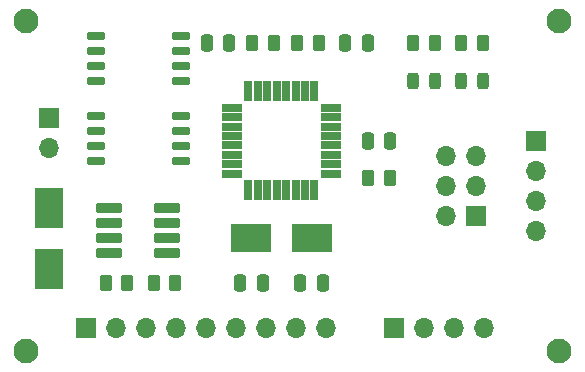
<source format=gts>
%TF.GenerationSoftware,KiCad,Pcbnew,8.0.7*%
%TF.CreationDate,2025-02-10T19:55:19+01:00*%
%TF.ProjectId,0004-MCU-Datalogger,30303034-2d4d-4435-952d-446174616c6f,1*%
%TF.SameCoordinates,Original*%
%TF.FileFunction,Soldermask,Top*%
%TF.FilePolarity,Negative*%
%FSLAX46Y46*%
G04 Gerber Fmt 4.6, Leading zero omitted, Abs format (unit mm)*
G04 Created by KiCad (PCBNEW 8.0.7) date 2025-02-10 19:55:19*
%MOMM*%
%LPD*%
G01*
G04 APERTURE LIST*
G04 Aperture macros list*
%AMRoundRect*
0 Rectangle with rounded corners*
0 $1 Rounding radius*
0 $2 $3 $4 $5 $6 $7 $8 $9 X,Y pos of 4 corners*
0 Add a 4 corners polygon primitive as box body*
4,1,4,$2,$3,$4,$5,$6,$7,$8,$9,$2,$3,0*
0 Add four circle primitives for the rounded corners*
1,1,$1+$1,$2,$3*
1,1,$1+$1,$4,$5*
1,1,$1+$1,$6,$7*
1,1,$1+$1,$8,$9*
0 Add four rect primitives between the rounded corners*
20,1,$1+$1,$2,$3,$4,$5,0*
20,1,$1+$1,$4,$5,$6,$7,0*
20,1,$1+$1,$6,$7,$8,$9,0*
20,1,$1+$1,$8,$9,$2,$3,0*%
G04 Aperture macros list end*
%ADD10RoundRect,0.250000X0.262500X0.450000X-0.262500X0.450000X-0.262500X-0.450000X0.262500X-0.450000X0*%
%ADD11RoundRect,0.099250X-0.987750X-0.297750X0.987750X-0.297750X0.987750X0.297750X-0.987750X0.297750X0*%
%ADD12C,2.100000*%
%ADD13RoundRect,0.250000X-0.262500X-0.450000X0.262500X-0.450000X0.262500X0.450000X-0.262500X0.450000X0*%
%ADD14RoundRect,0.150000X-0.650000X-0.150000X0.650000X-0.150000X0.650000X0.150000X-0.650000X0.150000X0*%
%ADD15R,1.700000X1.700000*%
%ADD16O,1.700000X1.700000*%
%ADD17R,3.500000X2.400000*%
%ADD18R,2.400000X3.500000*%
%ADD19RoundRect,0.243750X-0.243750X-0.456250X0.243750X-0.456250X0.243750X0.456250X-0.243750X0.456250X0*%
%ADD20RoundRect,0.094250X-0.742750X-0.282750X0.742750X-0.282750X0.742750X0.282750X-0.742750X0.282750X0*%
%ADD21RoundRect,0.094250X-0.282750X-0.742750X0.282750X-0.742750X0.282750X0.742750X-0.282750X0.742750X0*%
%ADD22RoundRect,0.250000X-0.250000X-0.475000X0.250000X-0.475000X0.250000X0.475000X-0.250000X0.475000X0*%
%ADD23RoundRect,0.243750X0.243750X0.456250X-0.243750X0.456250X-0.243750X-0.456250X0.243750X-0.456250X0*%
%ADD24RoundRect,0.250000X0.250000X0.475000X-0.250000X0.475000X-0.250000X-0.475000X0.250000X-0.475000X0*%
G04 APERTURE END LIST*
D10*
%TO.C,R7*%
X161210000Y-61595000D03*
X159385000Y-61595000D03*
%TD*%
D11*
%TO.C,U3*%
X129540000Y-75565000D03*
X129540000Y-76835000D03*
X129540000Y-78105000D03*
X129540000Y-79375000D03*
X134490000Y-79375000D03*
X134490000Y-78105000D03*
X134490000Y-76835000D03*
X134490000Y-75565000D03*
%TD*%
D12*
%TO.C,H3*%
X167640000Y-59690000D03*
%TD*%
D13*
%TO.C,R2*%
X141660000Y-61595000D03*
X143485000Y-61595000D03*
%TD*%
D14*
%TO.C,U1*%
X128480000Y-60960000D03*
X128480000Y-62230000D03*
X128480000Y-63500000D03*
X128480000Y-64770000D03*
X135680000Y-64770000D03*
X135680000Y-63500000D03*
X135680000Y-62230000D03*
X135680000Y-60960000D03*
%TD*%
D15*
%TO.C,BT1*%
X124460000Y-67945000D03*
D16*
X124460000Y-70485000D03*
%TD*%
D10*
%TO.C,R3*%
X153312500Y-73025000D03*
X151487500Y-73025000D03*
%TD*%
D15*
%TO.C,J3*%
X127645000Y-85725000D03*
D16*
X130185000Y-85725000D03*
X132725000Y-85725000D03*
X135265000Y-85725000D03*
X137805000Y-85725000D03*
X140345000Y-85725000D03*
X142885000Y-85725000D03*
X145425000Y-85725000D03*
X147965000Y-85725000D03*
%TD*%
D17*
%TO.C,Y1*%
X141545000Y-78105000D03*
X146745000Y-78105000D03*
%TD*%
D18*
%TO.C,Y2*%
X124460000Y-80705000D03*
X124460000Y-75505000D03*
%TD*%
D19*
%TO.C,D2*%
X159385000Y-64770000D03*
X161260000Y-64770000D03*
%TD*%
D14*
%TO.C,U2*%
X128480000Y-67730000D03*
X128480000Y-69000000D03*
X128480000Y-70270000D03*
X128480000Y-71540000D03*
X135680000Y-71540000D03*
X135680000Y-70270000D03*
X135680000Y-69000000D03*
X135680000Y-67730000D03*
%TD*%
D10*
%TO.C,R4*%
X147295000Y-61595000D03*
X145470000Y-61595000D03*
%TD*%
D15*
%TO.C,J4*%
X160655000Y-76185000D03*
D16*
X158115000Y-76185000D03*
X160655000Y-73645000D03*
X158115000Y-73645000D03*
X160655000Y-71105000D03*
X158115000Y-71105000D03*
%TD*%
D15*
%TO.C,J1*%
X165735000Y-69850000D03*
D16*
X165735000Y-72390000D03*
X165735000Y-74930000D03*
X165735000Y-77470000D03*
%TD*%
D10*
%TO.C,R6*%
X131087500Y-81915000D03*
X129262500Y-81915000D03*
%TD*%
D15*
%TO.C,J2*%
X153670000Y-85725000D03*
D16*
X156210000Y-85725000D03*
X158750000Y-85725000D03*
X161290000Y-85725000D03*
%TD*%
D13*
%TO.C,R5*%
X133350000Y-81915000D03*
X135175000Y-81915000D03*
%TD*%
D12*
%TO.C,H4*%
X167640000Y-87630000D03*
%TD*%
D20*
%TO.C,U4*%
X139975000Y-67050000D03*
X139975000Y-67850000D03*
X139975000Y-68650000D03*
X139975000Y-69450000D03*
X139975000Y-70250000D03*
X139975000Y-71050000D03*
X139975000Y-71850000D03*
X139975000Y-72650000D03*
D21*
X141345000Y-74020000D03*
X142145000Y-74020000D03*
X142945000Y-74020000D03*
X143745000Y-74020000D03*
X144545000Y-74020000D03*
X145345000Y-74020000D03*
X146145000Y-74020000D03*
X146945000Y-74020000D03*
D20*
X148315000Y-72650000D03*
X148315000Y-71850000D03*
X148315000Y-71050000D03*
X148315000Y-70250000D03*
X148315000Y-69450000D03*
X148315000Y-68650000D03*
X148315000Y-67850000D03*
X148315000Y-67050000D03*
D21*
X146945000Y-65680000D03*
X146145000Y-65680000D03*
X145345000Y-65680000D03*
X144545000Y-65680000D03*
X143745000Y-65680000D03*
X142945000Y-65680000D03*
X142145000Y-65680000D03*
X141345000Y-65680000D03*
%TD*%
D22*
%TO.C,C2*%
X145735000Y-81915000D03*
X147635000Y-81915000D03*
%TD*%
D23*
%TO.C,D1*%
X157147500Y-64770000D03*
X155272500Y-64770000D03*
%TD*%
D10*
%TO.C,R1*%
X157122500Y-61595000D03*
X155297500Y-61595000D03*
%TD*%
D24*
%TO.C,C4*%
X139712500Y-61595000D03*
X137812500Y-61595000D03*
%TD*%
%TO.C,C5*%
X151445000Y-61595000D03*
X149545000Y-61595000D03*
%TD*%
D12*
%TO.C,H2*%
X122555000Y-87630000D03*
%TD*%
D24*
%TO.C,C3*%
X153350000Y-69850000D03*
X151450000Y-69850000D03*
%TD*%
%TO.C,C1*%
X142555000Y-81915000D03*
X140655000Y-81915000D03*
%TD*%
D12*
%TO.C,H1*%
X122555000Y-59690000D03*
%TD*%
M02*

</source>
